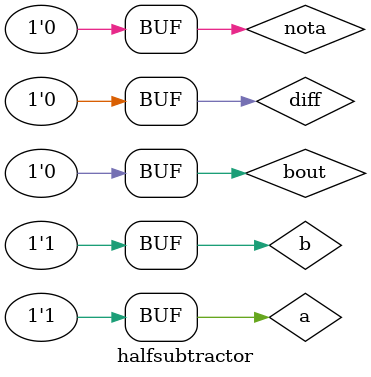
<source format=v>
module halfsubtractor;
reg a,b;
wire diff,bout,nota;
not(nota,a);
and(bout,nota,b);
xor(diff,a,b);
initial
begin
$monitor("a=%b b=%b diff=%b bout=%b",a,b,diff,bout);
#1000
a=1'b0;
b=1'b0;
#1000
a=1'b0;
b=1'b1;
#1000
a=1'b1;
b=1'b0;
#1000
a=1'b1;
b=1'b1;
end 
endmodule
</source>
